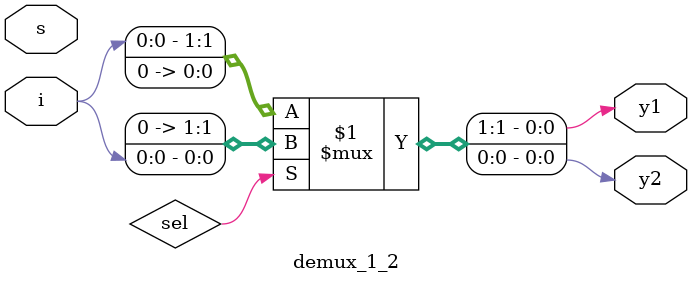
<source format=v>
module demux_1_2(input i,s,output y1,y2);
  assign {y1,y2}=sel?({1'b0,i}):({i,1'b0});
endmodule

</source>
